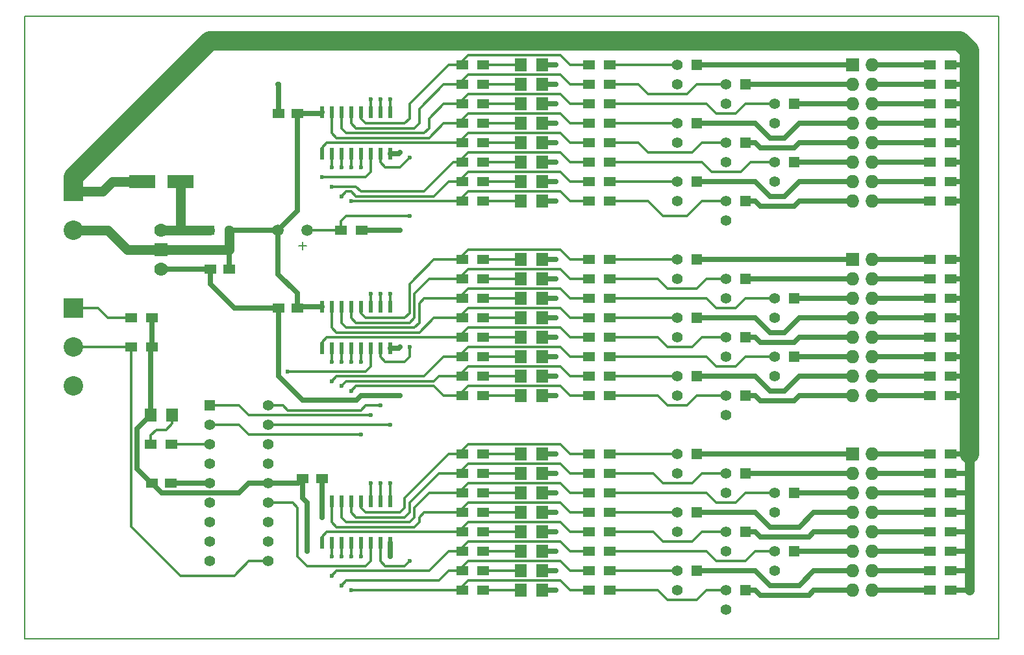
<source format=gtl>
G04 #@! TF.FileFunction,Copper,L1,Top,Signal*
%FSLAX46Y46*%
G04 Gerber Fmt 4.6, Leading zero omitted, Abs format (unit mm)*
G04 Created by KiCad (PCBNEW (2015-04-03 BZR 5572)-product) date Tuesday, April 07, 2015 'PMt' 09:07:44 PM*
%MOMM*%
G01*
G04 APERTURE LIST*
%ADD10C,0.100000*%
%ADD11C,0.150000*%
%ADD12R,1.300000X1.300000*%
%ADD13C,1.300000*%
%ADD14R,1.500000X1.250000*%
%ADD15C,1.501140*%
%ADD16R,1.597660X1.800860*%
%ADD17R,3.500120X1.800860*%
%ADD18R,2.540000X2.540000*%
%ADD19C,2.540000*%
%ADD20R,1.727200X1.727200*%
%ADD21O,1.727200X1.727200*%
%ADD22R,1.397000X1.397000*%
%ADD23C,1.397000*%
%ADD24R,1.500000X1.300000*%
%ADD25R,0.600000X1.500000*%
%ADD26C,1.778000*%
%ADD27R,1.778000X1.778000*%
%ADD28C,0.600000*%
%ADD29C,1.270000*%
%ADD30C,0.635000*%
%ADD31C,0.304800*%
%ADD32C,2.540000*%
G04 APERTURE END LIST*
D10*
D11*
X222250000Y-124460000D02*
X95250000Y-124460000D01*
X222250000Y-43180000D02*
X222250000Y-124460000D01*
X95250000Y-43180000D02*
X222250000Y-43180000D01*
X95250000Y-124460000D02*
X95250000Y-43180000D01*
X131445000Y-73660000D02*
X131445000Y-72644000D01*
X131953000Y-73152000D02*
X130937000Y-73152000D01*
D12*
X119380000Y-71120000D03*
D13*
X121880000Y-71120000D03*
D14*
X119400000Y-76200000D03*
X121900000Y-76200000D03*
X111780000Y-104140000D03*
X114280000Y-104140000D03*
X128290000Y-55880000D03*
X130790000Y-55880000D03*
X128290000Y-81280000D03*
X130790000Y-81280000D03*
X131465000Y-103505000D03*
X133965000Y-103505000D03*
D15*
X128270000Y-71120000D03*
X132080000Y-71120000D03*
D16*
X159870140Y-49530000D03*
X162709860Y-49530000D03*
X159870140Y-52070000D03*
X162709860Y-52070000D03*
X159870140Y-54610000D03*
X162709860Y-54610000D03*
X159870140Y-57150000D03*
X162709860Y-57150000D03*
X159870140Y-59690000D03*
X162709860Y-59690000D03*
X159870140Y-62230000D03*
X162709860Y-62230000D03*
X159870140Y-64770000D03*
X162709860Y-64770000D03*
X159870140Y-67310000D03*
X162709860Y-67310000D03*
X159870140Y-74930000D03*
X162709860Y-74930000D03*
X159870140Y-77470000D03*
X162709860Y-77470000D03*
X159870140Y-80010000D03*
X162709860Y-80010000D03*
X159870140Y-82550000D03*
X162709860Y-82550000D03*
X159870140Y-85090000D03*
X162709860Y-85090000D03*
X159870140Y-87630000D03*
X162709860Y-87630000D03*
X159870140Y-90170000D03*
X162709860Y-90170000D03*
X159870140Y-92710000D03*
X162709860Y-92710000D03*
X159870140Y-100330000D03*
X162709860Y-100330000D03*
X159870140Y-102870000D03*
X162709860Y-102870000D03*
X159870140Y-105410000D03*
X162709860Y-105410000D03*
X159870140Y-107950000D03*
X162709860Y-107950000D03*
X159870140Y-110490000D03*
X162709860Y-110490000D03*
X159870140Y-113030000D03*
X162709860Y-113030000D03*
X159870140Y-115570000D03*
X162709860Y-115570000D03*
X159870140Y-118110000D03*
X162709860Y-118110000D03*
X111610140Y-95250000D03*
X114449860Y-95250000D03*
D17*
X110530640Y-64770000D03*
X115529360Y-64770000D03*
D18*
X101600000Y-66040000D03*
D19*
X101600000Y-71120000D03*
D18*
X101600000Y-81280000D03*
D19*
X101600000Y-86360000D03*
X101600000Y-91440000D03*
D20*
X203200000Y-49530000D03*
D21*
X205740000Y-49530000D03*
X203200000Y-52070000D03*
X205740000Y-52070000D03*
X203200000Y-54610000D03*
X205740000Y-54610000D03*
X203200000Y-57150000D03*
X205740000Y-57150000D03*
X203200000Y-59690000D03*
X205740000Y-59690000D03*
X203200000Y-62230000D03*
X205740000Y-62230000D03*
X203200000Y-64770000D03*
X205740000Y-64770000D03*
X203200000Y-67310000D03*
X205740000Y-67310000D03*
D20*
X203200000Y-74930000D03*
D21*
X205740000Y-74930000D03*
X203200000Y-77470000D03*
X205740000Y-77470000D03*
X203200000Y-80010000D03*
X205740000Y-80010000D03*
X203200000Y-82550000D03*
X205740000Y-82550000D03*
X203200000Y-85090000D03*
X205740000Y-85090000D03*
X203200000Y-87630000D03*
X205740000Y-87630000D03*
X203200000Y-90170000D03*
X205740000Y-90170000D03*
X203200000Y-92710000D03*
X205740000Y-92710000D03*
D20*
X203200000Y-100330000D03*
D21*
X205740000Y-100330000D03*
X203200000Y-102870000D03*
X205740000Y-102870000D03*
X203200000Y-105410000D03*
X205740000Y-105410000D03*
X203200000Y-107950000D03*
X205740000Y-107950000D03*
X203200000Y-110490000D03*
X205740000Y-110490000D03*
X203200000Y-113030000D03*
X205740000Y-113030000D03*
X203200000Y-115570000D03*
X205740000Y-115570000D03*
X203200000Y-118110000D03*
X205740000Y-118110000D03*
D22*
X182880000Y-49530000D03*
D23*
X180340000Y-49530000D03*
X180340000Y-52070000D03*
D22*
X189230000Y-52070000D03*
D23*
X186690000Y-52070000D03*
X186690000Y-54610000D03*
D22*
X195580000Y-54610000D03*
D23*
X193040000Y-54610000D03*
X193040000Y-57150000D03*
D22*
X182880000Y-57150000D03*
D23*
X180340000Y-57150000D03*
X180340000Y-59690000D03*
D22*
X189230000Y-59690000D03*
D23*
X186690000Y-59690000D03*
X186690000Y-62230000D03*
D22*
X195580000Y-62230000D03*
D23*
X193040000Y-62230000D03*
X193040000Y-64770000D03*
D22*
X182880000Y-64770000D03*
D23*
X180340000Y-64770000D03*
X180340000Y-67310000D03*
D22*
X189230000Y-67310000D03*
D23*
X186690000Y-67310000D03*
X186690000Y-69850000D03*
D22*
X182880000Y-74930000D03*
D23*
X180340000Y-74930000D03*
X180340000Y-77470000D03*
D22*
X189230000Y-77470000D03*
D23*
X186690000Y-77470000D03*
X186690000Y-80010000D03*
D22*
X195580000Y-80010000D03*
D23*
X193040000Y-80010000D03*
X193040000Y-82550000D03*
D22*
X182880000Y-82550000D03*
D23*
X180340000Y-82550000D03*
X180340000Y-85090000D03*
D22*
X189230000Y-85090000D03*
D23*
X186690000Y-85090000D03*
X186690000Y-87630000D03*
D22*
X195580000Y-87630000D03*
D23*
X193040000Y-87630000D03*
X193040000Y-90170000D03*
D22*
X182880000Y-90170000D03*
D23*
X180340000Y-90170000D03*
X180340000Y-92710000D03*
D22*
X189230000Y-92710000D03*
D23*
X186690000Y-92710000D03*
X186690000Y-95250000D03*
D22*
X182880000Y-100330000D03*
D23*
X180340000Y-100330000D03*
X180340000Y-102870000D03*
D22*
X189230000Y-102870000D03*
D23*
X186690000Y-102870000D03*
X186690000Y-105410000D03*
D22*
X195580000Y-105410000D03*
D23*
X193040000Y-105410000D03*
X193040000Y-107950000D03*
D22*
X182880000Y-107950000D03*
D23*
X180340000Y-107950000D03*
X180340000Y-110490000D03*
D22*
X189230000Y-110490000D03*
D23*
X186690000Y-110490000D03*
X186690000Y-113030000D03*
D22*
X195580000Y-113030000D03*
D23*
X193040000Y-113030000D03*
X193040000Y-115570000D03*
D22*
X182880000Y-115570000D03*
D23*
X180340000Y-115570000D03*
X180340000Y-118110000D03*
D22*
X189230000Y-118110000D03*
D23*
X186690000Y-118110000D03*
X186690000Y-120650000D03*
D24*
X171530000Y-49530000D03*
X168830000Y-49530000D03*
X155020000Y-49530000D03*
X152320000Y-49530000D03*
X171530000Y-52070000D03*
X168830000Y-52070000D03*
X155020000Y-52070000D03*
X152320000Y-52070000D03*
X171530000Y-54610000D03*
X168830000Y-54610000D03*
X155020000Y-54610000D03*
X152320000Y-54610000D03*
X171530000Y-57150000D03*
X168830000Y-57150000D03*
X155020000Y-57150000D03*
X152320000Y-57150000D03*
X171530000Y-59690000D03*
X168830000Y-59690000D03*
X155020000Y-59690000D03*
X152320000Y-59690000D03*
X171530000Y-62230000D03*
X168830000Y-62230000D03*
X155020000Y-62230000D03*
X152320000Y-62230000D03*
X171530000Y-64770000D03*
X168830000Y-64770000D03*
X155020000Y-64770000D03*
X152320000Y-64770000D03*
X171530000Y-67310000D03*
X168830000Y-67310000D03*
X155020000Y-67310000D03*
X152320000Y-67310000D03*
X171530000Y-74930000D03*
X168830000Y-74930000D03*
X155020000Y-74930000D03*
X152320000Y-74930000D03*
X171530000Y-77470000D03*
X168830000Y-77470000D03*
X155020000Y-77470000D03*
X152320000Y-77470000D03*
X171530000Y-80010000D03*
X168830000Y-80010000D03*
X155020000Y-80010000D03*
X152320000Y-80010000D03*
X171530000Y-82550000D03*
X168830000Y-82550000D03*
X155020000Y-82550000D03*
X152320000Y-82550000D03*
X171530000Y-85090000D03*
X168830000Y-85090000D03*
X155020000Y-85090000D03*
X152320000Y-85090000D03*
X171530000Y-87630000D03*
X168830000Y-87630000D03*
X155020000Y-87630000D03*
X152320000Y-87630000D03*
X171530000Y-90170000D03*
X168830000Y-90170000D03*
X155020000Y-90170000D03*
X152320000Y-90170000D03*
X171530000Y-92710000D03*
X168830000Y-92710000D03*
X155020000Y-92710000D03*
X152320000Y-92710000D03*
X171530000Y-100330000D03*
X168830000Y-100330000D03*
X155020000Y-100330000D03*
X152320000Y-100330000D03*
X171530000Y-102870000D03*
X168830000Y-102870000D03*
X155020000Y-102870000D03*
X152320000Y-102870000D03*
X171530000Y-105410000D03*
X168830000Y-105410000D03*
X155020000Y-105410000D03*
X152320000Y-105410000D03*
X171530000Y-107950000D03*
X168830000Y-107950000D03*
X155020000Y-107950000D03*
X152320000Y-107950000D03*
X171530000Y-110490000D03*
X168830000Y-110490000D03*
X155020000Y-110490000D03*
X152320000Y-110490000D03*
X171530000Y-113030000D03*
X168830000Y-113030000D03*
X155020000Y-113030000D03*
X152320000Y-113030000D03*
X171530000Y-115570000D03*
X168830000Y-115570000D03*
X155020000Y-115570000D03*
X152320000Y-115570000D03*
X171530000Y-118110000D03*
X168830000Y-118110000D03*
X155020000Y-118110000D03*
X152320000Y-118110000D03*
X114380000Y-99060000D03*
X111680000Y-99060000D03*
X136445000Y-71120000D03*
X139145000Y-71120000D03*
X111840000Y-82550000D03*
X109140000Y-82550000D03*
X111840000Y-86360000D03*
X109140000Y-86360000D03*
X215980000Y-49530000D03*
X213280000Y-49530000D03*
X215980000Y-52070000D03*
X213280000Y-52070000D03*
X215980000Y-54610000D03*
X213280000Y-54610000D03*
X215980000Y-57150000D03*
X213280000Y-57150000D03*
X215980000Y-59690000D03*
X213280000Y-59690000D03*
X215980000Y-62230000D03*
X213280000Y-62230000D03*
X215980000Y-64770000D03*
X213280000Y-64770000D03*
X215980000Y-67310000D03*
X213280000Y-67310000D03*
X215980000Y-74930000D03*
X213280000Y-74930000D03*
X215980000Y-77470000D03*
X213280000Y-77470000D03*
X215980000Y-80010000D03*
X213280000Y-80010000D03*
X215980000Y-82550000D03*
X213280000Y-82550000D03*
X215980000Y-85090000D03*
X213280000Y-85090000D03*
X215980000Y-87630000D03*
X213280000Y-87630000D03*
X215980000Y-90170000D03*
X213280000Y-90170000D03*
X215980000Y-92710000D03*
X213280000Y-92710000D03*
X215980000Y-100330000D03*
X213280000Y-100330000D03*
X215980000Y-102870000D03*
X213280000Y-102870000D03*
X215980000Y-105410000D03*
X213280000Y-105410000D03*
X215980000Y-107950000D03*
X213280000Y-107950000D03*
X215980000Y-110490000D03*
X213280000Y-110490000D03*
X215980000Y-113030000D03*
X213280000Y-113030000D03*
X215980000Y-115570000D03*
X213280000Y-115570000D03*
X215980000Y-118110000D03*
X213280000Y-118110000D03*
D22*
X119380000Y-93980000D03*
D23*
X119380000Y-96520000D03*
X119380000Y-99060000D03*
X119380000Y-101600000D03*
X119380000Y-104140000D03*
X119380000Y-106680000D03*
X119380000Y-109220000D03*
X119380000Y-111760000D03*
X119380000Y-114300000D03*
X127000000Y-114300000D03*
X127000000Y-111760000D03*
X127000000Y-109220000D03*
X127000000Y-106680000D03*
X127000000Y-104140000D03*
X127000000Y-101600000D03*
X127000000Y-99060000D03*
X127000000Y-96520000D03*
X127000000Y-93980000D03*
D25*
X142875000Y-55720000D03*
X141605000Y-55720000D03*
X140335000Y-55720000D03*
X139065000Y-55720000D03*
X137795000Y-55720000D03*
X136525000Y-55720000D03*
X135255000Y-55720000D03*
X133985000Y-55720000D03*
X133985000Y-61120000D03*
X135255000Y-61120000D03*
X136525000Y-61120000D03*
X137795000Y-61120000D03*
X139065000Y-61120000D03*
X140335000Y-61120000D03*
X141605000Y-61120000D03*
X142875000Y-61120000D03*
X142875000Y-81120000D03*
X141605000Y-81120000D03*
X140335000Y-81120000D03*
X139065000Y-81120000D03*
X137795000Y-81120000D03*
X136525000Y-81120000D03*
X135255000Y-81120000D03*
X133985000Y-81120000D03*
X133985000Y-86520000D03*
X135255000Y-86520000D03*
X136525000Y-86520000D03*
X137795000Y-86520000D03*
X139065000Y-86520000D03*
X140335000Y-86520000D03*
X141605000Y-86520000D03*
X142875000Y-86520000D03*
X142875000Y-106520000D03*
X141605000Y-106520000D03*
X140335000Y-106520000D03*
X139065000Y-106520000D03*
X137795000Y-106520000D03*
X136525000Y-106520000D03*
X135255000Y-106520000D03*
X133985000Y-106520000D03*
X133985000Y-111920000D03*
X135255000Y-111920000D03*
X136525000Y-111920000D03*
X137795000Y-111920000D03*
X139065000Y-111920000D03*
X140335000Y-111920000D03*
X141605000Y-111920000D03*
X142875000Y-111920000D03*
D26*
X113030000Y-71120000D03*
D27*
X113030000Y-73660000D03*
D26*
X113030000Y-76200000D03*
D28*
X133985000Y-108585000D03*
X164465000Y-115570000D03*
X164465000Y-113030000D03*
X164465000Y-110490000D03*
X164465000Y-107950000D03*
X164465000Y-105410000D03*
X164465000Y-102870000D03*
X164465000Y-100330000D03*
X164465000Y-92710000D03*
X164465000Y-90170000D03*
X164465000Y-87630000D03*
X164465000Y-85090000D03*
X164465000Y-82550000D03*
X164465000Y-80010000D03*
X164465000Y-77470000D03*
X164465000Y-74930000D03*
X164465000Y-67310000D03*
X164465000Y-64770000D03*
X164465000Y-62230000D03*
X164465000Y-59690000D03*
X164465000Y-57150000D03*
X164465000Y-54610000D03*
X164465000Y-52070000D03*
X164465000Y-118110000D03*
X164465000Y-49530000D03*
X144145000Y-92710000D03*
X144145000Y-71120000D03*
X144145000Y-86360000D03*
X144145000Y-60960000D03*
X128270000Y-52070000D03*
X142875000Y-113665000D03*
X132080000Y-113030000D03*
X145415000Y-114300000D03*
X145415000Y-86360000D03*
X145415000Y-69215000D03*
X145415000Y-61595000D03*
X135255000Y-62865000D03*
X135255000Y-65405000D03*
X136525000Y-66675000D03*
X136525000Y-62865000D03*
X137795000Y-62865000D03*
X137795000Y-67310000D03*
X135255000Y-88265000D03*
X135255000Y-90805000D03*
X136525000Y-88265000D03*
X136525000Y-91440000D03*
X137795000Y-88265000D03*
X137795000Y-92075000D03*
X135255000Y-113665000D03*
X135255000Y-116205000D03*
X136525000Y-113665000D03*
X136525000Y-117475000D03*
X137795000Y-113665000D03*
X137795000Y-118110000D03*
X140335000Y-95250000D03*
X140335000Y-104140000D03*
X140335000Y-53975000D03*
X140335000Y-79375000D03*
X139065000Y-97790000D03*
X139065000Y-62865000D03*
X139065000Y-88265000D03*
X139065000Y-113665000D03*
X133985000Y-64135000D03*
X129540000Y-89535000D03*
X142875000Y-96520000D03*
X142875000Y-53975000D03*
X142875000Y-79375000D03*
X142875000Y-104140000D03*
X141605000Y-93980000D03*
X141605000Y-53975000D03*
X141605000Y-79375000D03*
X141605000Y-104140000D03*
D29*
X115529360Y-71079360D02*
X119339360Y-71079360D01*
X119339360Y-71079360D02*
X119380000Y-71120000D01*
X115529360Y-64770000D02*
X115529360Y-71079360D01*
X115488720Y-71120000D02*
X113030000Y-71120000D01*
X115529360Y-71079360D02*
X115488720Y-71120000D01*
D30*
X133985000Y-108585000D02*
X133985000Y-106520000D01*
X164465000Y-115570000D02*
X162709860Y-115570000D01*
X162709860Y-113030000D02*
X164465000Y-113030000D01*
X164465000Y-110490000D02*
X162709860Y-110490000D01*
X162709860Y-107950000D02*
X164465000Y-107950000D01*
X164465000Y-105410000D02*
X162709860Y-105410000D01*
X162709860Y-102870000D02*
X164465000Y-102870000D01*
X164465000Y-100330000D02*
X162709860Y-100330000D01*
X162709860Y-92710000D02*
X164465000Y-92710000D01*
X164465000Y-90170000D02*
X162709860Y-90170000D01*
X162709860Y-87630000D02*
X164465000Y-87630000D01*
X164465000Y-85090000D02*
X162709860Y-85090000D01*
X162709860Y-82550000D02*
X164465000Y-82550000D01*
X164465000Y-80010000D02*
X162709860Y-80010000D01*
X162709860Y-77470000D02*
X164465000Y-77470000D01*
X164465000Y-74930000D02*
X162709860Y-74930000D01*
X162709860Y-67310000D02*
X164465000Y-67310000D01*
X164465000Y-64770000D02*
X162709860Y-64770000D01*
X162709860Y-62230000D02*
X164465000Y-62230000D01*
X164465000Y-59690000D02*
X162709860Y-59690000D01*
X162709860Y-57150000D02*
X164465000Y-57150000D01*
X164465000Y-54610000D02*
X162709860Y-54610000D01*
X162709860Y-52070000D02*
X164465000Y-52070000D01*
X162709860Y-49530000D02*
X164465000Y-49530000D01*
X164465000Y-118110000D02*
X162709860Y-118110000D01*
X130790000Y-55880000D02*
X130790000Y-68600000D01*
X130790000Y-68600000D02*
X128270000Y-71120000D01*
X130790000Y-55880000D02*
X133825000Y-55880000D01*
X133825000Y-55880000D02*
X133985000Y-55720000D01*
X133985000Y-106520000D02*
X133985000Y-103525000D01*
X133985000Y-103525000D02*
X133965000Y-103505000D01*
X128270000Y-71120000D02*
X128270000Y-76835000D01*
X128270000Y-76835000D02*
X130790000Y-79355000D01*
X130790000Y-79355000D02*
X130790000Y-81280000D01*
X133985000Y-81120000D02*
X130950000Y-81120000D01*
X130950000Y-81120000D02*
X130790000Y-81280000D01*
X128270000Y-71120000D02*
X121880000Y-71120000D01*
X119380000Y-104140000D02*
X114280000Y-104140000D01*
X121900000Y-76200000D02*
X121900000Y-73660000D01*
X121900000Y-73660000D02*
X121920000Y-73660000D01*
D29*
X113030000Y-73660000D02*
X121920000Y-73660000D01*
X121880000Y-73620000D02*
X121880000Y-71120000D01*
X121920000Y-73660000D02*
X121880000Y-73620000D01*
X113030000Y-73660000D02*
X108585000Y-73660000D01*
X108585000Y-73660000D02*
X106045000Y-71120000D01*
X106045000Y-71120000D02*
X101600000Y-71120000D01*
D30*
X128290000Y-90190000D02*
X128290000Y-81280000D01*
X131410098Y-93310098D02*
X128290000Y-90190000D01*
X138464902Y-93310098D02*
X131410098Y-93310098D01*
X139065000Y-92710000D02*
X138464902Y-93310098D01*
X144145000Y-92710000D02*
X139065000Y-92710000D01*
X139145000Y-71120000D02*
X144145000Y-71120000D01*
X143985000Y-86520000D02*
X142875000Y-86520000D01*
X144145000Y-86360000D02*
X143985000Y-86520000D01*
X142875000Y-61120000D02*
X143985000Y-61120000D01*
X143985000Y-61120000D02*
X144145000Y-60960000D01*
X128270000Y-52070000D02*
X128290000Y-52090000D01*
X128290000Y-52090000D02*
X128290000Y-55880000D01*
X131465000Y-103505000D02*
X131465000Y-106065000D01*
X142875000Y-113665000D02*
X142875000Y-111920000D01*
X132080000Y-106680000D02*
X132080000Y-113030000D01*
X131465000Y-106065000D02*
X132080000Y-106680000D01*
X127000000Y-104140000D02*
X130830000Y-104140000D01*
X130830000Y-104140000D02*
X131465000Y-103505000D01*
X119400000Y-76200000D02*
X119400000Y-78125000D01*
X119400000Y-78125000D02*
X122555000Y-81280000D01*
X122555000Y-81280000D02*
X128290000Y-81280000D01*
X127000000Y-104140000D02*
X124460000Y-104140000D01*
X113050000Y-105410000D02*
X111780000Y-104140000D01*
X123190000Y-105410000D02*
X113050000Y-105410000D01*
X124460000Y-104140000D02*
X123190000Y-105410000D01*
X111840000Y-86360000D02*
X111840000Y-82550000D01*
X111610140Y-95250000D02*
X111610140Y-86589860D01*
X111610140Y-86589860D02*
X111840000Y-86360000D01*
X111780000Y-104140000D02*
X111760000Y-104140000D01*
X111760000Y-104140000D02*
X109855000Y-102235000D01*
X109855000Y-102235000D02*
X109855000Y-97005140D01*
X109855000Y-97005140D02*
X111610140Y-95250000D01*
X119400000Y-76200000D02*
X113030000Y-76200000D01*
D31*
X141605000Y-114300000D02*
X141605000Y-111920000D01*
X142240000Y-114935000D02*
X141605000Y-114300000D01*
X144780000Y-114935000D02*
X142240000Y-114935000D01*
X145415000Y-114300000D02*
X144780000Y-114935000D01*
X141605000Y-87630000D02*
X141605000Y-86520000D01*
X142240000Y-88265000D02*
X141605000Y-87630000D01*
X144780000Y-88265000D02*
X142240000Y-88265000D01*
X145415000Y-87630000D02*
X144780000Y-88265000D01*
X145415000Y-86360000D02*
X145415000Y-87630000D01*
X141605000Y-61120000D02*
X141605000Y-62230000D01*
X136445000Y-69930000D02*
X136445000Y-71120000D01*
X137160000Y-69215000D02*
X136445000Y-69930000D01*
X145415000Y-69215000D02*
X137160000Y-69215000D01*
X144145000Y-62865000D02*
X145415000Y-61595000D01*
X142240000Y-62865000D02*
X144145000Y-62865000D01*
X141605000Y-62230000D02*
X142240000Y-62865000D01*
X132080000Y-71120000D02*
X136445000Y-71120000D01*
X159870140Y-49530000D02*
X155020000Y-49530000D01*
X159870140Y-52070000D02*
X155020000Y-52070000D01*
X159870140Y-54610000D02*
X155020000Y-54610000D01*
X159870140Y-57150000D02*
X155020000Y-57150000D01*
X159870140Y-59690000D02*
X155020000Y-59690000D01*
X159870140Y-62230000D02*
X155020000Y-62230000D01*
X159870140Y-64770000D02*
X155020000Y-64770000D01*
X159870140Y-67310000D02*
X155020000Y-67310000D01*
X155020000Y-74930000D02*
X159870140Y-74930000D01*
X155020000Y-77470000D02*
X159870140Y-77470000D01*
X155020000Y-80010000D02*
X159870140Y-80010000D01*
X155020000Y-82550000D02*
X159870140Y-82550000D01*
X155020000Y-85090000D02*
X159870140Y-85090000D01*
X155020000Y-87630000D02*
X159870140Y-87630000D01*
X155020000Y-90170000D02*
X159870140Y-90170000D01*
X155020000Y-92710000D02*
X159870140Y-92710000D01*
X155020000Y-100330000D02*
X159870140Y-100330000D01*
X155020000Y-102870000D02*
X159870140Y-102870000D01*
X155020000Y-105410000D02*
X159870140Y-105410000D01*
X155020000Y-107950000D02*
X159870140Y-107950000D01*
X155020000Y-110490000D02*
X159870140Y-110490000D01*
X155020000Y-113030000D02*
X159870140Y-113030000D01*
X155020000Y-115570000D02*
X159870140Y-115570000D01*
X155020000Y-118110000D02*
X159870140Y-118110000D01*
X114449860Y-95250000D02*
X114449860Y-96370140D01*
X111680000Y-97870000D02*
X111680000Y-99060000D01*
X112395000Y-97155000D02*
X111680000Y-97870000D01*
X113665000Y-97155000D02*
X112395000Y-97155000D01*
X114449860Y-96370140D02*
X113665000Y-97155000D01*
D32*
X101600000Y-66040000D02*
X101600000Y-64135000D01*
X218440000Y-47625000D02*
X218440000Y-49530000D01*
X217170000Y-46355000D02*
X218440000Y-47625000D01*
X119380000Y-46355000D02*
X217170000Y-46355000D01*
X101600000Y-64135000D02*
X119380000Y-46355000D01*
D29*
X101600000Y-66040000D02*
X105410000Y-66040000D01*
X106680000Y-64770000D02*
X110530640Y-64770000D01*
X105410000Y-66040000D02*
X106680000Y-64770000D01*
D30*
X218440000Y-118110000D02*
X215980000Y-118110000D01*
D29*
X218440000Y-115570000D02*
X218440000Y-118110000D01*
X218440000Y-113030000D02*
X218440000Y-115570000D01*
X218440000Y-110490000D02*
X218440000Y-113030000D01*
X218440000Y-107950000D02*
X218440000Y-110490000D01*
X218440000Y-105410000D02*
X218440000Y-107950000D01*
X218440000Y-102870000D02*
X218440000Y-105410000D01*
X218440000Y-100330000D02*
X218440000Y-102870000D01*
D32*
X218440000Y-92710000D02*
X218440000Y-100330000D01*
X218440000Y-90170000D02*
X218440000Y-92710000D01*
X218440000Y-87630000D02*
X218440000Y-90170000D01*
X218440000Y-85090000D02*
X218440000Y-87630000D01*
X218440000Y-82550000D02*
X218440000Y-85090000D01*
X218440000Y-80010000D02*
X218440000Y-82550000D01*
X218440000Y-77470000D02*
X218440000Y-80010000D01*
X218440000Y-74930000D02*
X218440000Y-77470000D01*
X218440000Y-67310000D02*
X218440000Y-74930000D01*
X218440000Y-64770000D02*
X218440000Y-67310000D01*
X218440000Y-62230000D02*
X218440000Y-64770000D01*
X218440000Y-59690000D02*
X218440000Y-62230000D01*
X218440000Y-57150000D02*
X218440000Y-59690000D01*
X218440000Y-54610000D02*
X218440000Y-57150000D01*
X218440000Y-52070000D02*
X218440000Y-54610000D01*
X218440000Y-49530000D02*
X218440000Y-52070000D01*
D30*
X215980000Y-49530000D02*
X218440000Y-49530000D01*
X215980000Y-52070000D02*
X218440000Y-52070000D01*
X215980000Y-54610000D02*
X218440000Y-54610000D01*
X215980000Y-57150000D02*
X218440000Y-57150000D01*
X215980000Y-59690000D02*
X218440000Y-59690000D01*
X215980000Y-62230000D02*
X218440000Y-62230000D01*
X215980000Y-64770000D02*
X218440000Y-64770000D01*
X215980000Y-67310000D02*
X218440000Y-67310000D01*
X215980000Y-74930000D02*
X218440000Y-74930000D01*
X215980000Y-77470000D02*
X218440000Y-77470000D01*
X215980000Y-80010000D02*
X218440000Y-80010000D01*
X215980000Y-82550000D02*
X218440000Y-82550000D01*
X215980000Y-85090000D02*
X218440000Y-85090000D01*
X215980000Y-87630000D02*
X218440000Y-87630000D01*
X215980000Y-90170000D02*
X218440000Y-90170000D01*
X215980000Y-92710000D02*
X218440000Y-92710000D01*
X215980000Y-100330000D02*
X218440000Y-100330000D01*
X215980000Y-102870000D02*
X218440000Y-102870000D01*
X215980000Y-105410000D02*
X218440000Y-105410000D01*
X215980000Y-107950000D02*
X218440000Y-107950000D01*
X215980000Y-110490000D02*
X218440000Y-110490000D01*
X215980000Y-113030000D02*
X218440000Y-113030000D01*
X215980000Y-115570000D02*
X218440000Y-115570000D01*
D31*
X109140000Y-82550000D02*
X106045000Y-82550000D01*
X104775000Y-81280000D02*
X101600000Y-81280000D01*
X106045000Y-82550000D02*
X104775000Y-81280000D01*
X127000000Y-114300000D02*
X124460000Y-114300000D01*
X109140000Y-109775000D02*
X109140000Y-86360000D01*
X115570000Y-116205000D02*
X109140000Y-109775000D01*
X122555000Y-116205000D02*
X115570000Y-116205000D01*
X124460000Y-114300000D02*
X122555000Y-116205000D01*
X109140000Y-86360000D02*
X101600000Y-86360000D01*
D30*
X182880000Y-49530000D02*
X203200000Y-49530000D01*
X213280000Y-49530000D02*
X205740000Y-49530000D01*
X189230000Y-52070000D02*
X203200000Y-52070000D01*
X213280000Y-52070000D02*
X205740000Y-52070000D01*
X195580000Y-54610000D02*
X203200000Y-54610000D01*
X213280000Y-54610000D02*
X205740000Y-54610000D01*
X182880000Y-57150000D02*
X190500000Y-57150000D01*
X196215000Y-57150000D02*
X203200000Y-57150000D01*
X194310000Y-59055000D02*
X196215000Y-57150000D01*
X192405000Y-59055000D02*
X194310000Y-59055000D01*
X190500000Y-57150000D02*
X192405000Y-59055000D01*
X213280000Y-57150000D02*
X205740000Y-57150000D01*
X189230000Y-59690000D02*
X190500000Y-59690000D01*
X196215000Y-59690000D02*
X203200000Y-59690000D01*
X195580000Y-60325000D02*
X196215000Y-59690000D01*
X191135000Y-60325000D02*
X195580000Y-60325000D01*
X190500000Y-59690000D02*
X191135000Y-60325000D01*
X213280000Y-59690000D02*
X205740000Y-59690000D01*
X195580000Y-62230000D02*
X203200000Y-62230000D01*
X213280000Y-62230000D02*
X205740000Y-62230000D01*
X182880000Y-64770000D02*
X190500000Y-64770000D01*
X196215000Y-64770000D02*
X203200000Y-64770000D01*
X194310000Y-66675000D02*
X196215000Y-64770000D01*
X192405000Y-66675000D02*
X194310000Y-66675000D01*
X190500000Y-64770000D02*
X192405000Y-66675000D01*
X213280000Y-64770000D02*
X205740000Y-64770000D01*
X189230000Y-67310000D02*
X190500000Y-67310000D01*
X196215000Y-67310000D02*
X203200000Y-67310000D01*
X195580000Y-67945000D02*
X196215000Y-67310000D01*
X191135000Y-67945000D02*
X195580000Y-67945000D01*
X190500000Y-67310000D02*
X191135000Y-67945000D01*
X213280000Y-67310000D02*
X205740000Y-67310000D01*
X203200000Y-74930000D02*
X182880000Y-74930000D01*
X213280000Y-74930000D02*
X205740000Y-74930000D01*
X189230000Y-77470000D02*
X203200000Y-77470000D01*
X213280000Y-77470000D02*
X205740000Y-77470000D01*
X203200000Y-80010000D02*
X195580000Y-80010000D01*
X213280000Y-80010000D02*
X205740000Y-80010000D01*
X182880000Y-82550000D02*
X190500000Y-82550000D01*
X196215000Y-82550000D02*
X203200000Y-82550000D01*
X194310000Y-84455000D02*
X196215000Y-82550000D01*
X192405000Y-84455000D02*
X194310000Y-84455000D01*
X190500000Y-82550000D02*
X192405000Y-84455000D01*
X213280000Y-82550000D02*
X205740000Y-82550000D01*
X189230000Y-85090000D02*
X190500000Y-85090000D01*
X196215000Y-85090000D02*
X203200000Y-85090000D01*
X195580000Y-85725000D02*
X196215000Y-85090000D01*
X191135000Y-85725000D02*
X195580000Y-85725000D01*
X190500000Y-85090000D02*
X191135000Y-85725000D01*
X213280000Y-85090000D02*
X205740000Y-85090000D01*
X195580000Y-87630000D02*
X203200000Y-87630000D01*
X213280000Y-87630000D02*
X205740000Y-87630000D01*
X182880000Y-90170000D02*
X190500000Y-90170000D01*
X196215000Y-90170000D02*
X203200000Y-90170000D01*
X194310000Y-92075000D02*
X196215000Y-90170000D01*
X192405000Y-92075000D02*
X194310000Y-92075000D01*
X191770000Y-91440000D02*
X192405000Y-92075000D01*
X190500000Y-90170000D02*
X191770000Y-91440000D01*
X213280000Y-90170000D02*
X205740000Y-90170000D01*
X189230000Y-92710000D02*
X190500000Y-92710000D01*
X196215000Y-92710000D02*
X203200000Y-92710000D01*
X195580000Y-93345000D02*
X196215000Y-92710000D01*
X191135000Y-93345000D02*
X195580000Y-93345000D01*
X190500000Y-92710000D02*
X191135000Y-93345000D01*
X213280000Y-92710000D02*
X205740000Y-92710000D01*
X203200000Y-100330000D02*
X182880000Y-100330000D01*
X213280000Y-100330000D02*
X205740000Y-100330000D01*
X203200000Y-102870000D02*
X189230000Y-102870000D01*
X213280000Y-102870000D02*
X205740000Y-102870000D01*
X203200000Y-105410000D02*
X195580000Y-105410000D01*
X213280000Y-105410000D02*
X205740000Y-105410000D01*
X196215000Y-109855000D02*
X192405000Y-109855000D01*
X182880000Y-107950000D02*
X190500000Y-107950000D01*
X190500000Y-107950000D02*
X192405000Y-109855000D01*
X198120000Y-107950000D02*
X203200000Y-107950000D01*
X196215000Y-109855000D02*
X198120000Y-107950000D01*
X213280000Y-107950000D02*
X205740000Y-107950000D01*
X197485000Y-111125000D02*
X191135000Y-111125000D01*
X189230000Y-110490000D02*
X190500000Y-110490000D01*
X190500000Y-110490000D02*
X191135000Y-111125000D01*
X198120000Y-110490000D02*
X203200000Y-110490000D01*
X197485000Y-111125000D02*
X198120000Y-110490000D01*
X213280000Y-110490000D02*
X205740000Y-110490000D01*
X203200000Y-113030000D02*
X195580000Y-113030000D01*
X213280000Y-113030000D02*
X205740000Y-113030000D01*
X196215000Y-117475000D02*
X192405000Y-117475000D01*
X182880000Y-115570000D02*
X190500000Y-115570000D01*
X190500000Y-115570000D02*
X192405000Y-117475000D01*
X198120000Y-115570000D02*
X203200000Y-115570000D01*
X196215000Y-117475000D02*
X198120000Y-115570000D01*
X213280000Y-115570000D02*
X205740000Y-115570000D01*
X197485000Y-118745000D02*
X191135000Y-118745000D01*
X189230000Y-118110000D02*
X190500000Y-118110000D01*
X190500000Y-118110000D02*
X191135000Y-118745000D01*
X198120000Y-118110000D02*
X203200000Y-118110000D01*
X197485000Y-118745000D02*
X198120000Y-118110000D01*
X213280000Y-118110000D02*
X205740000Y-118110000D01*
D31*
X171530000Y-49530000D02*
X180340000Y-49530000D01*
X186690000Y-52070000D02*
X182880000Y-52070000D01*
X175260000Y-52070000D02*
X171530000Y-52070000D01*
X176530000Y-53340000D02*
X175260000Y-52070000D01*
X181610000Y-53340000D02*
X176530000Y-53340000D01*
X182880000Y-52070000D02*
X181610000Y-53340000D01*
X189230000Y-54610000D02*
X187960000Y-55880000D01*
X187960000Y-55880000D02*
X185420000Y-55880000D01*
X185420000Y-55880000D02*
X184150000Y-54610000D01*
X184150000Y-54610000D02*
X171530000Y-54610000D01*
X193040000Y-54610000D02*
X189230000Y-54610000D01*
X180340000Y-57150000D02*
X171530000Y-57150000D01*
X186690000Y-59690000D02*
X183515000Y-59690000D01*
X175260000Y-59690000D02*
X171530000Y-59690000D01*
X176530000Y-60960000D02*
X175260000Y-59690000D01*
X182245000Y-60960000D02*
X176530000Y-60960000D01*
X183515000Y-59690000D02*
X182245000Y-60960000D01*
X193040000Y-62230000D02*
X189865000Y-62230000D01*
X183515000Y-62230000D02*
X171530000Y-62230000D01*
X184785000Y-63500000D02*
X183515000Y-62230000D01*
X188595000Y-63500000D02*
X184785000Y-63500000D01*
X189865000Y-62230000D02*
X188595000Y-63500000D01*
X180340000Y-64770000D02*
X171530000Y-64770000D01*
X186690000Y-67310000D02*
X183515000Y-67310000D01*
X176530000Y-67310000D02*
X171530000Y-67310000D01*
X178435000Y-69215000D02*
X176530000Y-67310000D01*
X181610000Y-69215000D02*
X178435000Y-69215000D01*
X183515000Y-67310000D02*
X181610000Y-69215000D01*
X180340000Y-74930000D02*
X171530000Y-74930000D01*
X184150000Y-77470000D02*
X182880000Y-78740000D01*
X182880000Y-78740000D02*
X179070000Y-78740000D01*
X179070000Y-78740000D02*
X177800000Y-77470000D01*
X177800000Y-77470000D02*
X171530000Y-77470000D01*
X186690000Y-77470000D02*
X184150000Y-77470000D01*
X189230000Y-80010000D02*
X187960000Y-81280000D01*
X187960000Y-81280000D02*
X185420000Y-81280000D01*
X185420000Y-81280000D02*
X184150000Y-80010000D01*
X184150000Y-80010000D02*
X171530000Y-80010000D01*
X193040000Y-80010000D02*
X189230000Y-80010000D01*
X180340000Y-82550000D02*
X171530000Y-82550000D01*
X183515000Y-85090000D02*
X182245000Y-86360000D01*
X182245000Y-86360000D02*
X179070000Y-86360000D01*
X179070000Y-86360000D02*
X177800000Y-85090000D01*
X177800000Y-85090000D02*
X171530000Y-85090000D01*
X186690000Y-85090000D02*
X183515000Y-85090000D01*
X189230000Y-87630000D02*
X187960000Y-88900000D01*
X187960000Y-88900000D02*
X185420000Y-88900000D01*
X185420000Y-88900000D02*
X184150000Y-87630000D01*
X184150000Y-87630000D02*
X171530000Y-87630000D01*
X193040000Y-87630000D02*
X189230000Y-87630000D01*
X180340000Y-90170000D02*
X171530000Y-90170000D01*
X182880000Y-92710000D02*
X181610000Y-93980000D01*
X181610000Y-93980000D02*
X179070000Y-93980000D01*
X179070000Y-93980000D02*
X177800000Y-92710000D01*
X177800000Y-92710000D02*
X171530000Y-92710000D01*
X186690000Y-92710000D02*
X182880000Y-92710000D01*
X180340000Y-100330000D02*
X171530000Y-100330000D01*
X183515000Y-102870000D02*
X182245000Y-104140000D01*
X182245000Y-104140000D02*
X178435000Y-104140000D01*
X178435000Y-104140000D02*
X177165000Y-102870000D01*
X177165000Y-102870000D02*
X171530000Y-102870000D01*
X186690000Y-102870000D02*
X183515000Y-102870000D01*
X189230000Y-105410000D02*
X187960000Y-106680000D01*
X187960000Y-106680000D02*
X185420000Y-106680000D01*
X185420000Y-106680000D02*
X184150000Y-105410000D01*
X184150000Y-105410000D02*
X171530000Y-105410000D01*
X193040000Y-105410000D02*
X189230000Y-105410000D01*
X180340000Y-107950000D02*
X171530000Y-107950000D01*
X183515000Y-110490000D02*
X182245000Y-111760000D01*
X182245000Y-111760000D02*
X178435000Y-111760000D01*
X178435000Y-111760000D02*
X177165000Y-110490000D01*
X177165000Y-110490000D02*
X171530000Y-110490000D01*
X186690000Y-110490000D02*
X183515000Y-110490000D01*
X190500000Y-113030000D02*
X189230000Y-114300000D01*
X189230000Y-114300000D02*
X185420000Y-114300000D01*
X185420000Y-114300000D02*
X184150000Y-113030000D01*
X184150000Y-113030000D02*
X171530000Y-113030000D01*
X193040000Y-113030000D02*
X190500000Y-113030000D01*
X180340000Y-115570000D02*
X171530000Y-115570000D01*
X184150000Y-118110000D02*
X182880000Y-119380000D01*
X182880000Y-119380000D02*
X179070000Y-119380000D01*
X179070000Y-119380000D02*
X177800000Y-118110000D01*
X177800000Y-118110000D02*
X171530000Y-118110000D01*
X186690000Y-118110000D02*
X184150000Y-118110000D01*
X152320000Y-49530000D02*
X150495000Y-49530000D01*
X139065000Y-56515000D02*
X139065000Y-55720000D01*
X139700000Y-57150000D02*
X139065000Y-56515000D01*
X144780000Y-57150000D02*
X139700000Y-57150000D01*
X145415000Y-56515000D02*
X144780000Y-57150000D01*
X145415000Y-54610000D02*
X145415000Y-56515000D01*
X150495000Y-49530000D02*
X145415000Y-54610000D01*
X152320000Y-48975000D02*
X152320000Y-49530000D01*
X166370000Y-49530000D02*
X165100000Y-48260000D01*
X165100000Y-48260000D02*
X153035000Y-48260000D01*
X153035000Y-48260000D02*
X152320000Y-48975000D01*
X168830000Y-49530000D02*
X166370000Y-49530000D01*
X152320000Y-52070000D02*
X149860000Y-52070000D01*
X137795000Y-57150000D02*
X137795000Y-55720000D01*
X138430000Y-57785000D02*
X137795000Y-57150000D01*
X146050000Y-57785000D02*
X138430000Y-57785000D01*
X146685000Y-57150000D02*
X146050000Y-57785000D01*
X146685000Y-55245000D02*
X146685000Y-57150000D01*
X149860000Y-52070000D02*
X146685000Y-55245000D01*
X152320000Y-51515000D02*
X152320000Y-52070000D01*
X166370000Y-52070000D02*
X165100000Y-50800000D01*
X165100000Y-50800000D02*
X153035000Y-50800000D01*
X153035000Y-50800000D02*
X152320000Y-51515000D01*
X168830000Y-52070000D02*
X166370000Y-52070000D01*
X152320000Y-54610000D02*
X149860000Y-54610000D01*
X136525000Y-57785000D02*
X136525000Y-55720000D01*
X137160000Y-58420000D02*
X136525000Y-57785000D01*
X147320000Y-58420000D02*
X137160000Y-58420000D01*
X147955000Y-57785000D02*
X147320000Y-58420000D01*
X147955000Y-56515000D02*
X147955000Y-57785000D01*
X149860000Y-54610000D02*
X147955000Y-56515000D01*
X152320000Y-54055000D02*
X152320000Y-54610000D01*
X166370000Y-54610000D02*
X165100000Y-53340000D01*
X165100000Y-53340000D02*
X153035000Y-53340000D01*
X153035000Y-53340000D02*
X152320000Y-54055000D01*
X168830000Y-54610000D02*
X166370000Y-54610000D01*
X152320000Y-57150000D02*
X149860000Y-57150000D01*
X135255000Y-58420000D02*
X135255000Y-55720000D01*
X135890000Y-59055000D02*
X135255000Y-58420000D01*
X147955000Y-59055000D02*
X135890000Y-59055000D01*
X149860000Y-57150000D02*
X147955000Y-59055000D01*
X152320000Y-56595000D02*
X152320000Y-57150000D01*
X166370000Y-57150000D02*
X165100000Y-55880000D01*
X165100000Y-55880000D02*
X153035000Y-55880000D01*
X153035000Y-55880000D02*
X152320000Y-56595000D01*
X168830000Y-57150000D02*
X166370000Y-57150000D01*
X152320000Y-59690000D02*
X134620000Y-59690000D01*
X133985000Y-60325000D02*
X133985000Y-61120000D01*
X134620000Y-59690000D02*
X133985000Y-60325000D01*
X152320000Y-59135000D02*
X152320000Y-59690000D01*
X166370000Y-59690000D02*
X165100000Y-58420000D01*
X165100000Y-58420000D02*
X153035000Y-58420000D01*
X153035000Y-58420000D02*
X152320000Y-59135000D01*
X168830000Y-59690000D02*
X166370000Y-59690000D01*
X139700000Y-66040000D02*
X139065000Y-66040000D01*
X135890000Y-65405000D02*
X135255000Y-65405000D01*
X138430000Y-65405000D02*
X135890000Y-65405000D01*
X139065000Y-66040000D02*
X138430000Y-65405000D01*
X147320000Y-66040000D02*
X151130000Y-62230000D01*
X139700000Y-66040000D02*
X147320000Y-66040000D01*
X152320000Y-62230000D02*
X151130000Y-62230000D01*
X135255000Y-62865000D02*
X135255000Y-61120000D01*
X152320000Y-61675000D02*
X152320000Y-62230000D01*
X166370000Y-62230000D02*
X165100000Y-60960000D01*
X165100000Y-60960000D02*
X153035000Y-60960000D01*
X153035000Y-60960000D02*
X152320000Y-61675000D01*
X168830000Y-62230000D02*
X166370000Y-62230000D01*
X139065000Y-66675000D02*
X138430000Y-66675000D01*
X137160000Y-66040000D02*
X136525000Y-66675000D01*
X137795000Y-66040000D02*
X137160000Y-66040000D01*
X138430000Y-66675000D02*
X137795000Y-66040000D01*
X148590000Y-66675000D02*
X150495000Y-64770000D01*
X139065000Y-66675000D02*
X148590000Y-66675000D01*
X152320000Y-64770000D02*
X150495000Y-64770000D01*
X136525000Y-62865000D02*
X136525000Y-61120000D01*
X152320000Y-64215000D02*
X152320000Y-64770000D01*
X166370000Y-64770000D02*
X165100000Y-63500000D01*
X165100000Y-63500000D02*
X153035000Y-63500000D01*
X153035000Y-63500000D02*
X152320000Y-64215000D01*
X168830000Y-64770000D02*
X166370000Y-64770000D01*
X137795000Y-67310000D02*
X138430000Y-67310000D01*
X138430000Y-67310000D02*
X149225000Y-67310000D01*
X152320000Y-67310000D02*
X149225000Y-67310000D01*
X137795000Y-62865000D02*
X137795000Y-61120000D01*
X152320000Y-66755000D02*
X152320000Y-67310000D01*
X166370000Y-67310000D02*
X165100000Y-66040000D01*
X165100000Y-66040000D02*
X153035000Y-66040000D01*
X153035000Y-66040000D02*
X152320000Y-66755000D01*
X168830000Y-67310000D02*
X166370000Y-67310000D01*
X152320000Y-74930000D02*
X148590000Y-74930000D01*
X139065000Y-81915000D02*
X139065000Y-81120000D01*
X139700000Y-82550000D02*
X139065000Y-81915000D01*
X144780000Y-82550000D02*
X139700000Y-82550000D01*
X145415000Y-81915000D02*
X144780000Y-82550000D01*
X145415000Y-78105000D02*
X145415000Y-81915000D01*
X148590000Y-74930000D02*
X145415000Y-78105000D01*
X152320000Y-74375000D02*
X152320000Y-74930000D01*
X166370000Y-74930000D02*
X165100000Y-73660000D01*
X165100000Y-73660000D02*
X153035000Y-73660000D01*
X153035000Y-73660000D02*
X152320000Y-74375000D01*
X168830000Y-74930000D02*
X166370000Y-74930000D01*
X152320000Y-77470000D02*
X147955000Y-77470000D01*
X137795000Y-82550000D02*
X137795000Y-81120000D01*
X138430000Y-83185000D02*
X137795000Y-82550000D01*
X145415000Y-83185000D02*
X138430000Y-83185000D01*
X146050000Y-82550000D02*
X145415000Y-83185000D01*
X146050000Y-79375000D02*
X146050000Y-82550000D01*
X147955000Y-77470000D02*
X146050000Y-79375000D01*
X152320000Y-76915000D02*
X152320000Y-77470000D01*
X166370000Y-77470000D02*
X165100000Y-76200000D01*
X165100000Y-76200000D02*
X153035000Y-76200000D01*
X153035000Y-76200000D02*
X152320000Y-76915000D01*
X168830000Y-77470000D02*
X166370000Y-77470000D01*
X152320000Y-80010000D02*
X147320000Y-80010000D01*
X136525000Y-83185000D02*
X136525000Y-81120000D01*
X137160000Y-83820000D02*
X136525000Y-83185000D01*
X146050000Y-83820000D02*
X137160000Y-83820000D01*
X146685000Y-83185000D02*
X146050000Y-83820000D01*
X146685000Y-80645000D02*
X146685000Y-83185000D01*
X147320000Y-80010000D02*
X146685000Y-80645000D01*
X152320000Y-79455000D02*
X152320000Y-80010000D01*
X166370000Y-80010000D02*
X165100000Y-78740000D01*
X165100000Y-78740000D02*
X153035000Y-78740000D01*
X153035000Y-78740000D02*
X152320000Y-79455000D01*
X168830000Y-80010000D02*
X166370000Y-80010000D01*
X152320000Y-82550000D02*
X148590000Y-82550000D01*
X135255000Y-83820000D02*
X135255000Y-81120000D01*
X135890000Y-84455000D02*
X135255000Y-83820000D01*
X146685000Y-84455000D02*
X135890000Y-84455000D01*
X148590000Y-82550000D02*
X146685000Y-84455000D01*
X152320000Y-81995000D02*
X152320000Y-82550000D01*
X166370000Y-82550000D02*
X165100000Y-81280000D01*
X165100000Y-81280000D02*
X153035000Y-81280000D01*
X153035000Y-81280000D02*
X152320000Y-81995000D01*
X168830000Y-82550000D02*
X166370000Y-82550000D01*
X152320000Y-85090000D02*
X134620000Y-85090000D01*
X133985000Y-85725000D02*
X133985000Y-86520000D01*
X134620000Y-85090000D02*
X133985000Y-85725000D01*
X152320000Y-84535000D02*
X152320000Y-85090000D01*
X166370000Y-85090000D02*
X165100000Y-83820000D01*
X165100000Y-83820000D02*
X153035000Y-83820000D01*
X153035000Y-83820000D02*
X152320000Y-84535000D01*
X168830000Y-85090000D02*
X166370000Y-85090000D01*
X139065000Y-90170000D02*
X147320000Y-90170000D01*
X135890000Y-90170000D02*
X135255000Y-90805000D01*
X147320000Y-90170000D02*
X149860000Y-87630000D01*
X152320000Y-87630000D02*
X149860000Y-87630000D01*
X135255000Y-88265000D02*
X135255000Y-86520000D01*
X139065000Y-90170000D02*
X135890000Y-90170000D01*
X152320000Y-87075000D02*
X152320000Y-87630000D01*
X166370000Y-87630000D02*
X165100000Y-86360000D01*
X165100000Y-86360000D02*
X153035000Y-86360000D01*
X153035000Y-86360000D02*
X152320000Y-87075000D01*
X168830000Y-87630000D02*
X166370000Y-87630000D01*
X138430000Y-90805000D02*
X148590000Y-90805000D01*
X148590000Y-90805000D02*
X149225000Y-90170000D01*
X152320000Y-90170000D02*
X149225000Y-90170000D01*
X136525000Y-88265000D02*
X136525000Y-86520000D01*
X137160000Y-90805000D02*
X136525000Y-91440000D01*
X138430000Y-90805000D02*
X137160000Y-90805000D01*
X152320000Y-89615000D02*
X152320000Y-90170000D01*
X166370000Y-90170000D02*
X165100000Y-88900000D01*
X165100000Y-88900000D02*
X153035000Y-88900000D01*
X153035000Y-88900000D02*
X152320000Y-89615000D01*
X168830000Y-90170000D02*
X166370000Y-90170000D01*
X137795000Y-92075000D02*
X138430000Y-91440000D01*
X148590000Y-91440000D02*
X149225000Y-92075000D01*
X138430000Y-91440000D02*
X148590000Y-91440000D01*
X152320000Y-92710000D02*
X149860000Y-92710000D01*
X137795000Y-88265000D02*
X137795000Y-86520000D01*
X149860000Y-92710000D02*
X149225000Y-92075000D01*
X152320000Y-92155000D02*
X152320000Y-92710000D01*
X166370000Y-92710000D02*
X165100000Y-91440000D01*
X165100000Y-91440000D02*
X153035000Y-91440000D01*
X153035000Y-91440000D02*
X152320000Y-92155000D01*
X168830000Y-92710000D02*
X166370000Y-92710000D01*
X152320000Y-100330000D02*
X150495000Y-100330000D01*
X139065000Y-107315000D02*
X139065000Y-106520000D01*
X139700000Y-107950000D02*
X139065000Y-107315000D01*
X144145000Y-107950000D02*
X139700000Y-107950000D01*
X144780000Y-107315000D02*
X144145000Y-107950000D01*
X144780000Y-106045000D02*
X144780000Y-107315000D01*
X150495000Y-100330000D02*
X144780000Y-106045000D01*
X152320000Y-99775000D02*
X152320000Y-100330000D01*
X166370000Y-100330000D02*
X165100000Y-99060000D01*
X165100000Y-99060000D02*
X153035000Y-99060000D01*
X153035000Y-99060000D02*
X152320000Y-99775000D01*
X168830000Y-100330000D02*
X166370000Y-100330000D01*
X152320000Y-102870000D02*
X149225000Y-102870000D01*
X137795000Y-107950000D02*
X137795000Y-106520000D01*
X138430000Y-108585000D02*
X137795000Y-107950000D01*
X144780000Y-108585000D02*
X138430000Y-108585000D01*
X145415000Y-107950000D02*
X144780000Y-108585000D01*
X145415000Y-106680000D02*
X145415000Y-107950000D01*
X149225000Y-102870000D02*
X145415000Y-106680000D01*
X152320000Y-102315000D02*
X152320000Y-102870000D01*
X166370000Y-102870000D02*
X165100000Y-101600000D01*
X165100000Y-101600000D02*
X153035000Y-101600000D01*
X153035000Y-101600000D02*
X152320000Y-102315000D01*
X168830000Y-102870000D02*
X166370000Y-102870000D01*
X152320000Y-105410000D02*
X147955000Y-105410000D01*
X136525000Y-108585000D02*
X136525000Y-106520000D01*
X137160000Y-109220000D02*
X136525000Y-108585000D01*
X145415000Y-109220000D02*
X137160000Y-109220000D01*
X146050000Y-108585000D02*
X145415000Y-109220000D01*
X146050000Y-107315000D02*
X146050000Y-108585000D01*
X147955000Y-105410000D02*
X146050000Y-107315000D01*
X152320000Y-104855000D02*
X152320000Y-105410000D01*
X166370000Y-105410000D02*
X165100000Y-104140000D01*
X165100000Y-104140000D02*
X153035000Y-104140000D01*
X153035000Y-104140000D02*
X152320000Y-104855000D01*
X168830000Y-105410000D02*
X166370000Y-105410000D01*
X152320000Y-107950000D02*
X147320000Y-107950000D01*
X135255000Y-109220000D02*
X135255000Y-106520000D01*
X135890000Y-109855000D02*
X135255000Y-109220000D01*
X146050000Y-109855000D02*
X135890000Y-109855000D01*
X146685000Y-109220000D02*
X146050000Y-109855000D01*
X146685000Y-108585000D02*
X146685000Y-109220000D01*
X147320000Y-107950000D02*
X146685000Y-108585000D01*
X152320000Y-107395000D02*
X152320000Y-107950000D01*
X166370000Y-107950000D02*
X165100000Y-106680000D01*
X165100000Y-106680000D02*
X153035000Y-106680000D01*
X153035000Y-106680000D02*
X152320000Y-107395000D01*
X168830000Y-107950000D02*
X166370000Y-107950000D01*
X152320000Y-110490000D02*
X134620000Y-110490000D01*
X133985000Y-111125000D02*
X133985000Y-111920000D01*
X134620000Y-110490000D02*
X133985000Y-111125000D01*
X152320000Y-109935000D02*
X152320000Y-110490000D01*
X166370000Y-110490000D02*
X165100000Y-109220000D01*
X165100000Y-109220000D02*
X153035000Y-109220000D01*
X153035000Y-109220000D02*
X152320000Y-109935000D01*
X168830000Y-110490000D02*
X166370000Y-110490000D01*
X142875000Y-115570000D02*
X147955000Y-115570000D01*
X147955000Y-115570000D02*
X150495000Y-113030000D01*
X152320000Y-113030000D02*
X150495000Y-113030000D01*
X135255000Y-113665000D02*
X135255000Y-111920000D01*
X135890000Y-115570000D02*
X135255000Y-116205000D01*
X142875000Y-115570000D02*
X135890000Y-115570000D01*
X152320000Y-112475000D02*
X152320000Y-113030000D01*
X166370000Y-113030000D02*
X165100000Y-111760000D01*
X165100000Y-111760000D02*
X153035000Y-111760000D01*
X153035000Y-111760000D02*
X152320000Y-112475000D01*
X168830000Y-113030000D02*
X166370000Y-113030000D01*
X142875000Y-116840000D02*
X149225000Y-116840000D01*
X149225000Y-116840000D02*
X150495000Y-115570000D01*
X152320000Y-115570000D02*
X150495000Y-115570000D01*
X137160000Y-116840000D02*
X136525000Y-117475000D01*
X142875000Y-116840000D02*
X137160000Y-116840000D01*
X136525000Y-113665000D02*
X136525000Y-111920000D01*
X152320000Y-115015000D02*
X152320000Y-115570000D01*
X166370000Y-115570000D02*
X165100000Y-114300000D01*
X165100000Y-114300000D02*
X153035000Y-114300000D01*
X153035000Y-114300000D02*
X152320000Y-115015000D01*
X168830000Y-115570000D02*
X166370000Y-115570000D01*
X152320000Y-118110000D02*
X137795000Y-118110000D01*
X137795000Y-113665000D02*
X137795000Y-111920000D01*
X152320000Y-117555000D02*
X152320000Y-118110000D01*
X166370000Y-118110000D02*
X165100000Y-116840000D01*
X165100000Y-116840000D02*
X153035000Y-116840000D01*
X153035000Y-116840000D02*
X152320000Y-117555000D01*
X168830000Y-118110000D02*
X166370000Y-118110000D01*
X114380000Y-99060000D02*
X119380000Y-99060000D01*
X119380000Y-93980000D02*
X123190000Y-93980000D01*
X124460000Y-95250000D02*
X140335000Y-95250000D01*
X123190000Y-93980000D02*
X124460000Y-95250000D01*
X140335000Y-104140000D02*
X140335000Y-106520000D01*
X140335000Y-55720000D02*
X140335000Y-53975000D01*
X140335000Y-79375000D02*
X140335000Y-81120000D01*
X119380000Y-96520000D02*
X123190000Y-96520000D01*
X124460000Y-97790000D02*
X139065000Y-97790000D01*
X123190000Y-96520000D02*
X124460000Y-97790000D01*
X139065000Y-62865000D02*
X139065000Y-61120000D01*
X139065000Y-111920000D02*
X139065000Y-113665000D01*
X139065000Y-88265000D02*
X139065000Y-86520000D01*
X140335000Y-61120000D02*
X140335000Y-63500000D01*
X139700000Y-64135000D02*
X133985000Y-64135000D01*
X140335000Y-63500000D02*
X139700000Y-64135000D01*
X140335000Y-86520000D02*
X140335000Y-88900000D01*
X139700000Y-89535000D02*
X129540000Y-89535000D01*
X140335000Y-88900000D02*
X139700000Y-89535000D01*
X140335000Y-111920000D02*
X140335000Y-114300000D01*
X130175000Y-106680000D02*
X127000000Y-106680000D01*
X130810000Y-107315000D02*
X130175000Y-106680000D01*
X130810000Y-113665000D02*
X130810000Y-107315000D01*
X132080000Y-114935000D02*
X130810000Y-113665000D01*
X139700000Y-114935000D02*
X132080000Y-114935000D01*
X140335000Y-114300000D02*
X139700000Y-114935000D01*
X127000000Y-96520000D02*
X142875000Y-96520000D01*
X142875000Y-53975000D02*
X142875000Y-55720000D01*
X142875000Y-106520000D02*
X142875000Y-104140000D01*
X142875000Y-79375000D02*
X142875000Y-81120000D01*
X139700000Y-93980000D02*
X139065000Y-94615000D01*
X129540000Y-94615000D02*
X128905000Y-93980000D01*
X139065000Y-94615000D02*
X129540000Y-94615000D01*
X127000000Y-93980000D02*
X128905000Y-93980000D01*
X139700000Y-93980000D02*
X141605000Y-93980000D01*
X141605000Y-53975000D02*
X141605000Y-55720000D01*
X141605000Y-106520000D02*
X141605000Y-104140000D01*
X141605000Y-79375000D02*
X141605000Y-81120000D01*
M02*

</source>
